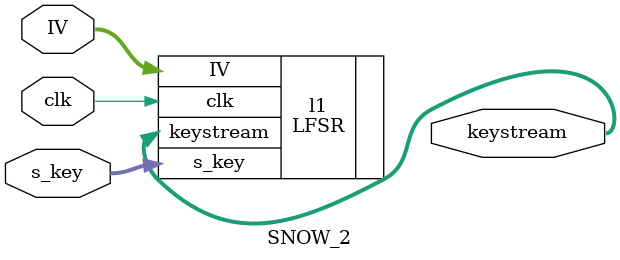
<source format=v>
`timescale 1ns / 1ps

module SNOW_2(
    input [127:0] s_key,
    input [127:0] IV,
    input clk,
    output [32:0] keystream
    );
    LFSR l1(.s_key(s_key), .IV(IV), .clk(clk), .keystream(keystream));
endmodule
</source>
